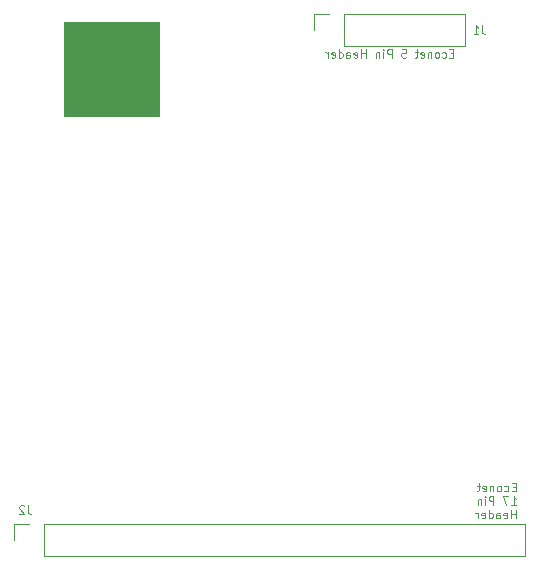
<source format=gbr>
%TF.GenerationSoftware,KiCad,Pcbnew,9.0.0*%
%TF.CreationDate,2025-03-27T21:27:03+00:00*%
%TF.ProjectId,MiniEconetModule,4d696e69-4563-46f6-9e65-744d6f64756c,02b*%
%TF.SameCoordinates,Original*%
%TF.FileFunction,Legend,Bot*%
%TF.FilePolarity,Positive*%
%FSLAX46Y46*%
G04 Gerber Fmt 4.6, Leading zero omitted, Abs format (unit mm)*
G04 Created by KiCad (PCBNEW 9.0.0) date 2025-03-27 21:27:03*
%MOMM*%
%LPD*%
G01*
G04 APERTURE LIST*
%ADD10C,0.120000*%
%ADD11C,0.100000*%
G04 APERTURE END LIST*
D10*
X111764000Y-59467000D02*
X119764000Y-59467000D01*
X119764000Y-67467000D01*
X111764000Y-67467000D01*
X111764000Y-59467000D01*
G36*
X111764000Y-59467000D02*
G01*
X119764000Y-59467000D01*
X119764000Y-67467000D01*
X111764000Y-67467000D01*
X111764000Y-59467000D01*
G37*
D11*
X149974544Y-98868005D02*
X149741211Y-98868005D01*
X149641211Y-99234672D02*
X149974544Y-99234672D01*
X149974544Y-99234672D02*
X149974544Y-98534672D01*
X149974544Y-98534672D02*
X149641211Y-98534672D01*
X149041211Y-99201339D02*
X149107878Y-99234672D01*
X149107878Y-99234672D02*
X149241211Y-99234672D01*
X149241211Y-99234672D02*
X149307878Y-99201339D01*
X149307878Y-99201339D02*
X149341211Y-99168005D01*
X149341211Y-99168005D02*
X149374544Y-99101339D01*
X149374544Y-99101339D02*
X149374544Y-98901339D01*
X149374544Y-98901339D02*
X149341211Y-98834672D01*
X149341211Y-98834672D02*
X149307878Y-98801339D01*
X149307878Y-98801339D02*
X149241211Y-98768005D01*
X149241211Y-98768005D02*
X149107878Y-98768005D01*
X149107878Y-98768005D02*
X149041211Y-98801339D01*
X148641211Y-99234672D02*
X148707878Y-99201339D01*
X148707878Y-99201339D02*
X148741211Y-99168005D01*
X148741211Y-99168005D02*
X148774544Y-99101339D01*
X148774544Y-99101339D02*
X148774544Y-98901339D01*
X148774544Y-98901339D02*
X148741211Y-98834672D01*
X148741211Y-98834672D02*
X148707878Y-98801339D01*
X148707878Y-98801339D02*
X148641211Y-98768005D01*
X148641211Y-98768005D02*
X148541211Y-98768005D01*
X148541211Y-98768005D02*
X148474544Y-98801339D01*
X148474544Y-98801339D02*
X148441211Y-98834672D01*
X148441211Y-98834672D02*
X148407878Y-98901339D01*
X148407878Y-98901339D02*
X148407878Y-99101339D01*
X148407878Y-99101339D02*
X148441211Y-99168005D01*
X148441211Y-99168005D02*
X148474544Y-99201339D01*
X148474544Y-99201339D02*
X148541211Y-99234672D01*
X148541211Y-99234672D02*
X148641211Y-99234672D01*
X148107878Y-98768005D02*
X148107878Y-99234672D01*
X148107878Y-98834672D02*
X148074545Y-98801339D01*
X148074545Y-98801339D02*
X148007878Y-98768005D01*
X148007878Y-98768005D02*
X147907878Y-98768005D01*
X147907878Y-98768005D02*
X147841211Y-98801339D01*
X147841211Y-98801339D02*
X147807878Y-98868005D01*
X147807878Y-98868005D02*
X147807878Y-99234672D01*
X147207878Y-99201339D02*
X147274545Y-99234672D01*
X147274545Y-99234672D02*
X147407878Y-99234672D01*
X147407878Y-99234672D02*
X147474545Y-99201339D01*
X147474545Y-99201339D02*
X147507878Y-99134672D01*
X147507878Y-99134672D02*
X147507878Y-98868005D01*
X147507878Y-98868005D02*
X147474545Y-98801339D01*
X147474545Y-98801339D02*
X147407878Y-98768005D01*
X147407878Y-98768005D02*
X147274545Y-98768005D01*
X147274545Y-98768005D02*
X147207878Y-98801339D01*
X147207878Y-98801339D02*
X147174545Y-98868005D01*
X147174545Y-98868005D02*
X147174545Y-98934672D01*
X147174545Y-98934672D02*
X147507878Y-99001339D01*
X146974545Y-98768005D02*
X146707878Y-98768005D01*
X146874545Y-98534672D02*
X146874545Y-99134672D01*
X146874545Y-99134672D02*
X146841212Y-99201339D01*
X146841212Y-99201339D02*
X146774545Y-99234672D01*
X146774545Y-99234672D02*
X146707878Y-99234672D01*
X149607877Y-100361633D02*
X150007877Y-100361633D01*
X149807877Y-100361633D02*
X149807877Y-99661633D01*
X149807877Y-99661633D02*
X149874544Y-99761633D01*
X149874544Y-99761633D02*
X149941211Y-99828300D01*
X149941211Y-99828300D02*
X150007877Y-99861633D01*
X149374544Y-99661633D02*
X148907877Y-99661633D01*
X148907877Y-99661633D02*
X149207877Y-100361633D01*
X148107877Y-100361633D02*
X148107877Y-99661633D01*
X148107877Y-99661633D02*
X147841210Y-99661633D01*
X147841210Y-99661633D02*
X147774544Y-99694966D01*
X147774544Y-99694966D02*
X147741210Y-99728300D01*
X147741210Y-99728300D02*
X147707877Y-99794966D01*
X147707877Y-99794966D02*
X147707877Y-99894966D01*
X147707877Y-99894966D02*
X147741210Y-99961633D01*
X147741210Y-99961633D02*
X147774544Y-99994966D01*
X147774544Y-99994966D02*
X147841210Y-100028300D01*
X147841210Y-100028300D02*
X148107877Y-100028300D01*
X147407877Y-100361633D02*
X147407877Y-99894966D01*
X147407877Y-99661633D02*
X147441210Y-99694966D01*
X147441210Y-99694966D02*
X147407877Y-99728300D01*
X147407877Y-99728300D02*
X147374544Y-99694966D01*
X147374544Y-99694966D02*
X147407877Y-99661633D01*
X147407877Y-99661633D02*
X147407877Y-99728300D01*
X147074544Y-99894966D02*
X147074544Y-100361633D01*
X147074544Y-99961633D02*
X147041211Y-99928300D01*
X147041211Y-99928300D02*
X146974544Y-99894966D01*
X146974544Y-99894966D02*
X146874544Y-99894966D01*
X146874544Y-99894966D02*
X146807877Y-99928300D01*
X146807877Y-99928300D02*
X146774544Y-99994966D01*
X146774544Y-99994966D02*
X146774544Y-100361633D01*
X149974544Y-101488594D02*
X149974544Y-100788594D01*
X149974544Y-101121927D02*
X149574544Y-101121927D01*
X149574544Y-101488594D02*
X149574544Y-100788594D01*
X148974544Y-101455261D02*
X149041211Y-101488594D01*
X149041211Y-101488594D02*
X149174544Y-101488594D01*
X149174544Y-101488594D02*
X149241211Y-101455261D01*
X149241211Y-101455261D02*
X149274544Y-101388594D01*
X149274544Y-101388594D02*
X149274544Y-101121927D01*
X149274544Y-101121927D02*
X149241211Y-101055261D01*
X149241211Y-101055261D02*
X149174544Y-101021927D01*
X149174544Y-101021927D02*
X149041211Y-101021927D01*
X149041211Y-101021927D02*
X148974544Y-101055261D01*
X148974544Y-101055261D02*
X148941211Y-101121927D01*
X148941211Y-101121927D02*
X148941211Y-101188594D01*
X148941211Y-101188594D02*
X149274544Y-101255261D01*
X148341211Y-101488594D02*
X148341211Y-101121927D01*
X148341211Y-101121927D02*
X148374544Y-101055261D01*
X148374544Y-101055261D02*
X148441211Y-101021927D01*
X148441211Y-101021927D02*
X148574544Y-101021927D01*
X148574544Y-101021927D02*
X148641211Y-101055261D01*
X148341211Y-101455261D02*
X148407878Y-101488594D01*
X148407878Y-101488594D02*
X148574544Y-101488594D01*
X148574544Y-101488594D02*
X148641211Y-101455261D01*
X148641211Y-101455261D02*
X148674544Y-101388594D01*
X148674544Y-101388594D02*
X148674544Y-101321927D01*
X148674544Y-101321927D02*
X148641211Y-101255261D01*
X148641211Y-101255261D02*
X148574544Y-101221927D01*
X148574544Y-101221927D02*
X148407878Y-101221927D01*
X148407878Y-101221927D02*
X148341211Y-101188594D01*
X147707878Y-101488594D02*
X147707878Y-100788594D01*
X147707878Y-101455261D02*
X147774545Y-101488594D01*
X147774545Y-101488594D02*
X147907878Y-101488594D01*
X147907878Y-101488594D02*
X147974545Y-101455261D01*
X147974545Y-101455261D02*
X148007878Y-101421927D01*
X148007878Y-101421927D02*
X148041211Y-101355261D01*
X148041211Y-101355261D02*
X148041211Y-101155261D01*
X148041211Y-101155261D02*
X148007878Y-101088594D01*
X148007878Y-101088594D02*
X147974545Y-101055261D01*
X147974545Y-101055261D02*
X147907878Y-101021927D01*
X147907878Y-101021927D02*
X147774545Y-101021927D01*
X147774545Y-101021927D02*
X147707878Y-101055261D01*
X147107878Y-101455261D02*
X147174545Y-101488594D01*
X147174545Y-101488594D02*
X147307878Y-101488594D01*
X147307878Y-101488594D02*
X147374545Y-101455261D01*
X147374545Y-101455261D02*
X147407878Y-101388594D01*
X147407878Y-101388594D02*
X147407878Y-101121927D01*
X147407878Y-101121927D02*
X147374545Y-101055261D01*
X147374545Y-101055261D02*
X147307878Y-101021927D01*
X147307878Y-101021927D02*
X147174545Y-101021927D01*
X147174545Y-101021927D02*
X147107878Y-101055261D01*
X147107878Y-101055261D02*
X147074545Y-101121927D01*
X147074545Y-101121927D02*
X147074545Y-101188594D01*
X147074545Y-101188594D02*
X147407878Y-101255261D01*
X146774545Y-101488594D02*
X146774545Y-101021927D01*
X146774545Y-101155261D02*
X146741212Y-101088594D01*
X146741212Y-101088594D02*
X146707878Y-101055261D01*
X146707878Y-101055261D02*
X146641212Y-101021927D01*
X146641212Y-101021927D02*
X146574545Y-101021927D01*
X144711664Y-62148966D02*
X144478331Y-62148966D01*
X144378331Y-62515633D02*
X144711664Y-62515633D01*
X144711664Y-62515633D02*
X144711664Y-61815633D01*
X144711664Y-61815633D02*
X144378331Y-61815633D01*
X143778331Y-62482300D02*
X143844998Y-62515633D01*
X143844998Y-62515633D02*
X143978331Y-62515633D01*
X143978331Y-62515633D02*
X144044998Y-62482300D01*
X144044998Y-62482300D02*
X144078331Y-62448966D01*
X144078331Y-62448966D02*
X144111664Y-62382300D01*
X144111664Y-62382300D02*
X144111664Y-62182300D01*
X144111664Y-62182300D02*
X144078331Y-62115633D01*
X144078331Y-62115633D02*
X144044998Y-62082300D01*
X144044998Y-62082300D02*
X143978331Y-62048966D01*
X143978331Y-62048966D02*
X143844998Y-62048966D01*
X143844998Y-62048966D02*
X143778331Y-62082300D01*
X143378331Y-62515633D02*
X143444998Y-62482300D01*
X143444998Y-62482300D02*
X143478331Y-62448966D01*
X143478331Y-62448966D02*
X143511664Y-62382300D01*
X143511664Y-62382300D02*
X143511664Y-62182300D01*
X143511664Y-62182300D02*
X143478331Y-62115633D01*
X143478331Y-62115633D02*
X143444998Y-62082300D01*
X143444998Y-62082300D02*
X143378331Y-62048966D01*
X143378331Y-62048966D02*
X143278331Y-62048966D01*
X143278331Y-62048966D02*
X143211664Y-62082300D01*
X143211664Y-62082300D02*
X143178331Y-62115633D01*
X143178331Y-62115633D02*
X143144998Y-62182300D01*
X143144998Y-62182300D02*
X143144998Y-62382300D01*
X143144998Y-62382300D02*
X143178331Y-62448966D01*
X143178331Y-62448966D02*
X143211664Y-62482300D01*
X143211664Y-62482300D02*
X143278331Y-62515633D01*
X143278331Y-62515633D02*
X143378331Y-62515633D01*
X142844998Y-62048966D02*
X142844998Y-62515633D01*
X142844998Y-62115633D02*
X142811665Y-62082300D01*
X142811665Y-62082300D02*
X142744998Y-62048966D01*
X142744998Y-62048966D02*
X142644998Y-62048966D01*
X142644998Y-62048966D02*
X142578331Y-62082300D01*
X142578331Y-62082300D02*
X142544998Y-62148966D01*
X142544998Y-62148966D02*
X142544998Y-62515633D01*
X141944998Y-62482300D02*
X142011665Y-62515633D01*
X142011665Y-62515633D02*
X142144998Y-62515633D01*
X142144998Y-62515633D02*
X142211665Y-62482300D01*
X142211665Y-62482300D02*
X142244998Y-62415633D01*
X142244998Y-62415633D02*
X142244998Y-62148966D01*
X142244998Y-62148966D02*
X142211665Y-62082300D01*
X142211665Y-62082300D02*
X142144998Y-62048966D01*
X142144998Y-62048966D02*
X142011665Y-62048966D01*
X142011665Y-62048966D02*
X141944998Y-62082300D01*
X141944998Y-62082300D02*
X141911665Y-62148966D01*
X141911665Y-62148966D02*
X141911665Y-62215633D01*
X141911665Y-62215633D02*
X142244998Y-62282300D01*
X141711665Y-62048966D02*
X141444998Y-62048966D01*
X141611665Y-61815633D02*
X141611665Y-62415633D01*
X141611665Y-62415633D02*
X141578332Y-62482300D01*
X141578332Y-62482300D02*
X141511665Y-62515633D01*
X141511665Y-62515633D02*
X141444998Y-62515633D01*
X140344999Y-61815633D02*
X140678332Y-61815633D01*
X140678332Y-61815633D02*
X140711665Y-62148966D01*
X140711665Y-62148966D02*
X140678332Y-62115633D01*
X140678332Y-62115633D02*
X140611665Y-62082300D01*
X140611665Y-62082300D02*
X140444999Y-62082300D01*
X140444999Y-62082300D02*
X140378332Y-62115633D01*
X140378332Y-62115633D02*
X140344999Y-62148966D01*
X140344999Y-62148966D02*
X140311665Y-62215633D01*
X140311665Y-62215633D02*
X140311665Y-62382300D01*
X140311665Y-62382300D02*
X140344999Y-62448966D01*
X140344999Y-62448966D02*
X140378332Y-62482300D01*
X140378332Y-62482300D02*
X140444999Y-62515633D01*
X140444999Y-62515633D02*
X140611665Y-62515633D01*
X140611665Y-62515633D02*
X140678332Y-62482300D01*
X140678332Y-62482300D02*
X140711665Y-62448966D01*
X139478332Y-62515633D02*
X139478332Y-61815633D01*
X139478332Y-61815633D02*
X139211665Y-61815633D01*
X139211665Y-61815633D02*
X139144999Y-61848966D01*
X139144999Y-61848966D02*
X139111665Y-61882300D01*
X139111665Y-61882300D02*
X139078332Y-61948966D01*
X139078332Y-61948966D02*
X139078332Y-62048966D01*
X139078332Y-62048966D02*
X139111665Y-62115633D01*
X139111665Y-62115633D02*
X139144999Y-62148966D01*
X139144999Y-62148966D02*
X139211665Y-62182300D01*
X139211665Y-62182300D02*
X139478332Y-62182300D01*
X138778332Y-62515633D02*
X138778332Y-62048966D01*
X138778332Y-61815633D02*
X138811665Y-61848966D01*
X138811665Y-61848966D02*
X138778332Y-61882300D01*
X138778332Y-61882300D02*
X138744999Y-61848966D01*
X138744999Y-61848966D02*
X138778332Y-61815633D01*
X138778332Y-61815633D02*
X138778332Y-61882300D01*
X138444999Y-62048966D02*
X138444999Y-62515633D01*
X138444999Y-62115633D02*
X138411666Y-62082300D01*
X138411666Y-62082300D02*
X138344999Y-62048966D01*
X138344999Y-62048966D02*
X138244999Y-62048966D01*
X138244999Y-62048966D02*
X138178332Y-62082300D01*
X138178332Y-62082300D02*
X138144999Y-62148966D01*
X138144999Y-62148966D02*
X138144999Y-62515633D01*
X137278333Y-62515633D02*
X137278333Y-61815633D01*
X137278333Y-62148966D02*
X136878333Y-62148966D01*
X136878333Y-62515633D02*
X136878333Y-61815633D01*
X136278333Y-62482300D02*
X136345000Y-62515633D01*
X136345000Y-62515633D02*
X136478333Y-62515633D01*
X136478333Y-62515633D02*
X136545000Y-62482300D01*
X136545000Y-62482300D02*
X136578333Y-62415633D01*
X136578333Y-62415633D02*
X136578333Y-62148966D01*
X136578333Y-62148966D02*
X136545000Y-62082300D01*
X136545000Y-62082300D02*
X136478333Y-62048966D01*
X136478333Y-62048966D02*
X136345000Y-62048966D01*
X136345000Y-62048966D02*
X136278333Y-62082300D01*
X136278333Y-62082300D02*
X136245000Y-62148966D01*
X136245000Y-62148966D02*
X136245000Y-62215633D01*
X136245000Y-62215633D02*
X136578333Y-62282300D01*
X135645000Y-62515633D02*
X135645000Y-62148966D01*
X135645000Y-62148966D02*
X135678333Y-62082300D01*
X135678333Y-62082300D02*
X135745000Y-62048966D01*
X135745000Y-62048966D02*
X135878333Y-62048966D01*
X135878333Y-62048966D02*
X135945000Y-62082300D01*
X135645000Y-62482300D02*
X135711667Y-62515633D01*
X135711667Y-62515633D02*
X135878333Y-62515633D01*
X135878333Y-62515633D02*
X135945000Y-62482300D01*
X135945000Y-62482300D02*
X135978333Y-62415633D01*
X135978333Y-62415633D02*
X135978333Y-62348966D01*
X135978333Y-62348966D02*
X135945000Y-62282300D01*
X135945000Y-62282300D02*
X135878333Y-62248966D01*
X135878333Y-62248966D02*
X135711667Y-62248966D01*
X135711667Y-62248966D02*
X135645000Y-62215633D01*
X135011667Y-62515633D02*
X135011667Y-61815633D01*
X135011667Y-62482300D02*
X135078334Y-62515633D01*
X135078334Y-62515633D02*
X135211667Y-62515633D01*
X135211667Y-62515633D02*
X135278334Y-62482300D01*
X135278334Y-62482300D02*
X135311667Y-62448966D01*
X135311667Y-62448966D02*
X135345000Y-62382300D01*
X135345000Y-62382300D02*
X135345000Y-62182300D01*
X135345000Y-62182300D02*
X135311667Y-62115633D01*
X135311667Y-62115633D02*
X135278334Y-62082300D01*
X135278334Y-62082300D02*
X135211667Y-62048966D01*
X135211667Y-62048966D02*
X135078334Y-62048966D01*
X135078334Y-62048966D02*
X135011667Y-62082300D01*
X134411667Y-62482300D02*
X134478334Y-62515633D01*
X134478334Y-62515633D02*
X134611667Y-62515633D01*
X134611667Y-62515633D02*
X134678334Y-62482300D01*
X134678334Y-62482300D02*
X134711667Y-62415633D01*
X134711667Y-62415633D02*
X134711667Y-62148966D01*
X134711667Y-62148966D02*
X134678334Y-62082300D01*
X134678334Y-62082300D02*
X134611667Y-62048966D01*
X134611667Y-62048966D02*
X134478334Y-62048966D01*
X134478334Y-62048966D02*
X134411667Y-62082300D01*
X134411667Y-62082300D02*
X134378334Y-62148966D01*
X134378334Y-62148966D02*
X134378334Y-62215633D01*
X134378334Y-62215633D02*
X134711667Y-62282300D01*
X134078334Y-62515633D02*
X134078334Y-62048966D01*
X134078334Y-62182300D02*
X134045001Y-62115633D01*
X134045001Y-62115633D02*
X134011667Y-62082300D01*
X134011667Y-62082300D02*
X133945001Y-62048966D01*
X133945001Y-62048966D02*
X133878334Y-62048966D01*
X108657333Y-100423633D02*
X108657333Y-100923633D01*
X108657333Y-100923633D02*
X108690666Y-101023633D01*
X108690666Y-101023633D02*
X108757333Y-101090300D01*
X108757333Y-101090300D02*
X108857333Y-101123633D01*
X108857333Y-101123633D02*
X108924000Y-101123633D01*
X108357333Y-100490300D02*
X108324000Y-100456966D01*
X108324000Y-100456966D02*
X108257333Y-100423633D01*
X108257333Y-100423633D02*
X108090667Y-100423633D01*
X108090667Y-100423633D02*
X108024000Y-100456966D01*
X108024000Y-100456966D02*
X107990667Y-100490300D01*
X107990667Y-100490300D02*
X107957333Y-100556966D01*
X107957333Y-100556966D02*
X107957333Y-100623633D01*
X107957333Y-100623633D02*
X107990667Y-100723633D01*
X107990667Y-100723633D02*
X108390667Y-101123633D01*
X108390667Y-101123633D02*
X107957333Y-101123633D01*
X147138333Y-59783633D02*
X147138333Y-60283633D01*
X147138333Y-60283633D02*
X147171666Y-60383633D01*
X147171666Y-60383633D02*
X147238333Y-60450300D01*
X147238333Y-60450300D02*
X147338333Y-60483633D01*
X147338333Y-60483633D02*
X147405000Y-60483633D01*
X146438333Y-60483633D02*
X146838333Y-60483633D01*
X146638333Y-60483633D02*
X146638333Y-59783633D01*
X146638333Y-59783633D02*
X146705000Y-59883633D01*
X146705000Y-59883633D02*
X146771667Y-59950300D01*
X146771667Y-59950300D02*
X146838333Y-59983633D01*
D10*
X107475000Y-102015000D02*
X107475000Y-103345000D01*
X108805000Y-102015000D02*
X107475000Y-102015000D01*
X110075000Y-102015000D02*
X110075000Y-104675000D01*
X110075000Y-102015000D02*
X150775000Y-102015000D01*
X110075000Y-104675000D02*
X150775000Y-104675000D01*
X150775000Y-102015000D02*
X150775000Y-104675000D01*
X132875000Y-58835000D02*
X132875000Y-60165000D01*
X134205000Y-58835000D02*
X132875000Y-58835000D01*
X135475000Y-58835000D02*
X135475000Y-61495000D01*
X135475000Y-58835000D02*
X145695000Y-58835000D01*
X135475000Y-61495000D02*
X145695000Y-61495000D01*
X145695000Y-58835000D02*
X145695000Y-61495000D01*
M02*

</source>
